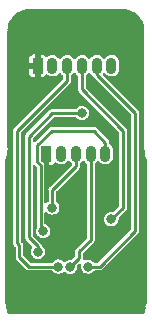
<source format=gbr>
%TF.GenerationSoftware,KiCad,Pcbnew,(6.0.5)*%
%TF.CreationDate,2022-08-05T23:57:32+09:00*%
%TF.ProjectId,ORION_enc_v1,4f52494f-4e5f-4656-9e63-5f76312e6b69,rev?*%
%TF.SameCoordinates,Original*%
%TF.FileFunction,Copper,L2,Bot*%
%TF.FilePolarity,Positive*%
%FSLAX46Y46*%
G04 Gerber Fmt 4.6, Leading zero omitted, Abs format (unit mm)*
G04 Created by KiCad (PCBNEW (6.0.5)) date 2022-08-05 23:57:32*
%MOMM*%
%LPD*%
G01*
G04 APERTURE LIST*
G04 Aperture macros list*
%AMRoundRect*
0 Rectangle with rounded corners*
0 $1 Rounding radius*
0 $2 $3 $4 $5 $6 $7 $8 $9 X,Y pos of 4 corners*
0 Add a 4 corners polygon primitive as box body*
4,1,4,$2,$3,$4,$5,$6,$7,$8,$9,$2,$3,0*
0 Add four circle primitives for the rounded corners*
1,1,$1+$1,$2,$3*
1,1,$1+$1,$4,$5*
1,1,$1+$1,$6,$7*
1,1,$1+$1,$8,$9*
0 Add four rect primitives between the rounded corners*
20,1,$1+$1,$2,$3,$4,$5,0*
20,1,$1+$1,$4,$5,$6,$7,0*
20,1,$1+$1,$6,$7,$8,$9,0*
20,1,$1+$1,$8,$9,$2,$3,0*%
G04 Aperture macros list end*
%TA.AperFunction,ComponentPad*%
%ADD10RoundRect,0.225000X-0.225000X-0.475000X0.225000X-0.475000X0.225000X0.475000X-0.225000X0.475000X0*%
%TD*%
%TA.AperFunction,ComponentPad*%
%ADD11O,0.900000X1.400000*%
%TD*%
%TA.AperFunction,ViaPad*%
%ADD12C,0.800000*%
%TD*%
%TA.AperFunction,ViaPad*%
%ADD13C,1.600000*%
%TD*%
%TA.AperFunction,Conductor*%
%ADD14C,0.250000*%
%TD*%
G04 APERTURE END LIST*
D10*
%TO.P,J1,1,Pin_1*%
%TO.N,GND*%
X65750000Y-50000000D03*
D11*
%TO.P,J1,2,Pin_2*%
%TO.N,+3V3*%
X67000000Y-50000000D03*
%TO.P,J1,3,Pin_3*%
%TO.N,/NSS*%
X68250000Y-50000000D03*
%TO.P,J1,4,Pin_4*%
%TO.N,/CLK*%
X69500000Y-50000000D03*
%TO.P,J1,5,Pin_5*%
%TO.N,/MISO*%
X70750000Y-50000000D03*
%TO.P,J1,6,Pin_6*%
%TO.N,/MOSI*%
X72000000Y-50000000D03*
%TD*%
D10*
%TO.P,J2,1,Pin_1*%
%TO.N,GND*%
X66500000Y-57432500D03*
D11*
%TO.P,J2,2,Pin_2*%
%TO.N,+3V3*%
X67750000Y-57432500D03*
%TO.P,J2,3,Pin_3*%
%TO.N,/ENC_A*%
X69000000Y-57432500D03*
%TO.P,J2,4,Pin_4*%
%TO.N,/ENC_B*%
X70250000Y-57432500D03*
%TO.P,J2,5,Pin_5*%
%TO.N,/ENC_Z*%
X71500000Y-57432500D03*
%TD*%
D12*
%TO.N,GND*%
X64500000Y-46000000D03*
X70500000Y-46000000D03*
X74000000Y-52000000D03*
X63500000Y-67500000D03*
X71750000Y-53000000D03*
X64000000Y-49000000D03*
X63487701Y-66000000D03*
X71500000Y-62000000D03*
X66000000Y-70500000D03*
X72000000Y-70500000D03*
X70000000Y-70500000D03*
X66000000Y-46000000D03*
X72000000Y-59000000D03*
X71500000Y-65000000D03*
X71000000Y-70500000D03*
X73500000Y-46000000D03*
X69000000Y-70500000D03*
X67500000Y-46000000D03*
X63500000Y-69000000D03*
X68000000Y-70500000D03*
X70500000Y-54775500D03*
X72000000Y-46000000D03*
X64000000Y-50500000D03*
X67000000Y-70500000D03*
X74500000Y-70500000D03*
X69000000Y-46000000D03*
X72012299Y-55987701D03*
X69000000Y-61500000D03*
X64000000Y-52000000D03*
D13*
X69000000Y-64000000D03*
D12*
X74500000Y-69000000D03*
X63500000Y-70500000D03*
X74500000Y-67500000D03*
X68600000Y-52000000D03*
X67500000Y-65500000D03*
X74000000Y-49000000D03*
X64000000Y-47500000D03*
X64000000Y-53500000D03*
X73000000Y-54250000D03*
X74000000Y-50500000D03*
X74000000Y-47500000D03*
X70012299Y-65987701D03*
%TO.N,/ENC_Z*%
X66237701Y-64000000D03*
%TO.N,/NSS*%
X67500000Y-67000000D03*
%TO.N,/CLK*%
X72000000Y-63000000D03*
%TO.N,/MISO*%
X70000000Y-67000000D03*
%TO.N,/MOSI*%
X69500000Y-54000000D03*
X65762299Y-65737701D03*
%TO.N,/ENC_A*%
X67000000Y-62000000D03*
%TO.N,/ENC_B*%
X68512299Y-67012299D03*
%TD*%
D14*
%TO.N,GND*%
X70012299Y-65987701D02*
X70512299Y-65987701D01*
X70512299Y-65987701D02*
X71500000Y-65000000D01*
%TO.N,/ENC_Z*%
X66237701Y-64000000D02*
X66000000Y-63762299D01*
X71500000Y-56500000D02*
X71500000Y-57432500D01*
X65725480Y-56729882D02*
X66955362Y-55500000D01*
X66000000Y-63762299D02*
X66000000Y-58409638D01*
X66955362Y-55500000D02*
X70500000Y-55500000D01*
X66000000Y-58409638D02*
X65725480Y-58135118D01*
X65725480Y-58135118D02*
X65725480Y-56729882D01*
X70500000Y-55500000D02*
X71500000Y-56500000D01*
%TO.N,/NSS*%
X67500000Y-67000000D02*
X65000000Y-67000000D01*
X68250000Y-51250000D02*
X68250000Y-50000000D01*
X64212212Y-66212212D02*
X64212212Y-65212196D01*
X65000000Y-67000000D02*
X64212212Y-66212212D01*
X64000000Y-55500000D02*
X68250000Y-51250000D01*
X64000000Y-64999984D02*
X64000000Y-55500000D01*
X64212212Y-65212196D02*
X64000000Y-64999984D01*
%TO.N,/CLK*%
X73000000Y-55500000D02*
X73000000Y-62000000D01*
X69500000Y-50000000D02*
X69500000Y-52000000D01*
X69500000Y-52000000D02*
X73000000Y-55500000D01*
X73000000Y-62000000D02*
X72000000Y-63000000D01*
%TO.N,/MISO*%
X74000000Y-54000000D02*
X74000000Y-64000000D01*
X71000000Y-67000000D02*
X70000000Y-67000000D01*
X74000000Y-64000000D02*
X71000000Y-67000000D01*
X70750000Y-50000000D02*
X70750000Y-50750000D01*
X70750000Y-50750000D02*
X74000000Y-54000000D01*
%TO.N,/MOSI*%
X67000000Y-54000000D02*
X69500000Y-54000000D01*
X65762299Y-65262299D02*
X65000000Y-64500000D01*
X65762299Y-65737701D02*
X65762299Y-65262299D01*
X65000000Y-64500000D02*
X65000000Y-56000000D01*
X65000000Y-56000000D02*
X67000000Y-54000000D01*
%TO.N,/ENC_A*%
X69000000Y-58500000D02*
X69000000Y-57432500D01*
X67000000Y-62000000D02*
X67000000Y-60500000D01*
X67000000Y-60500000D02*
X69000000Y-58500000D01*
%TO.N,/ENC_B*%
X69275489Y-66249109D02*
X69275489Y-65699897D01*
X68512299Y-67012299D02*
X69275489Y-66249109D01*
X69275489Y-65699897D02*
X70250000Y-64725386D01*
X70250000Y-64725386D02*
X70250000Y-57432500D01*
%TD*%
%TA.AperFunction,Conductor*%
%TO.N,GND*%
G36*
X72980242Y-45202466D02*
G01*
X72985811Y-45202476D01*
X72999641Y-45205656D01*
X73013484Y-45202524D01*
X73027348Y-45202548D01*
X73035356Y-45202818D01*
X73167893Y-45211504D01*
X73226640Y-45215355D01*
X73242980Y-45217506D01*
X73457645Y-45260205D01*
X73473566Y-45264471D01*
X73680820Y-45334825D01*
X73696046Y-45341132D01*
X73892342Y-45437934D01*
X73906616Y-45446175D01*
X74088601Y-45567774D01*
X74101676Y-45577807D01*
X74266237Y-45722122D01*
X74277878Y-45733763D01*
X74290091Y-45747689D01*
X74422193Y-45898324D01*
X74432226Y-45911399D01*
X74553825Y-46093384D01*
X74562066Y-46107658D01*
X74658868Y-46303954D01*
X74665175Y-46319180D01*
X74735529Y-46526434D01*
X74739795Y-46542355D01*
X74782494Y-46757020D01*
X74784645Y-46773360D01*
X74797274Y-46966038D01*
X74797544Y-46974499D01*
X74797524Y-46985811D01*
X74794344Y-46999641D01*
X74797475Y-47013480D01*
X74797467Y-47018311D01*
X74799500Y-47036504D01*
X74799500Y-56962920D01*
X74797534Y-56980242D01*
X74797524Y-56985811D01*
X74794344Y-56999641D01*
X74795862Y-57006350D01*
X74796654Y-57019442D01*
X74806964Y-57189886D01*
X74811551Y-57265726D01*
X74859537Y-57527577D01*
X74938736Y-57781734D01*
X74940301Y-57785211D01*
X74988899Y-57893191D01*
X75000000Y-57944903D01*
X75000000Y-70055097D01*
X74988899Y-70106809D01*
X74938736Y-70218266D01*
X74859537Y-70472423D01*
X74811551Y-70734274D01*
X74811322Y-70738066D01*
X74811321Y-70738071D01*
X74802639Y-70881608D01*
X74778561Y-70948396D01*
X74722196Y-70991565D01*
X74676869Y-71000000D01*
X63323131Y-71000000D01*
X63255010Y-70979998D01*
X63208517Y-70926342D01*
X63197361Y-70881608D01*
X63188679Y-70738071D01*
X63188678Y-70738066D01*
X63188449Y-70734274D01*
X63140463Y-70472423D01*
X63061264Y-70218266D01*
X63011101Y-70106809D01*
X63000000Y-70055097D01*
X63000000Y-65028791D01*
X63670736Y-65028791D01*
X63680032Y-65063481D01*
X63680491Y-65065194D01*
X63682870Y-65075926D01*
X63689412Y-65113029D01*
X63694923Y-65122574D01*
X63696115Y-65125850D01*
X63697592Y-65129018D01*
X63700446Y-65139668D01*
X63714759Y-65160108D01*
X63722055Y-65170528D01*
X63727961Y-65179799D01*
X63741086Y-65202531D01*
X63746806Y-65212439D01*
X63755251Y-65219525D01*
X63775682Y-65236669D01*
X63783785Y-65244095D01*
X63849807Y-65310117D01*
X63883833Y-65372429D01*
X63886712Y-65399212D01*
X63886712Y-66192502D01*
X63886232Y-66203484D01*
X63882948Y-66241019D01*
X63889893Y-66266937D01*
X63892703Y-66277422D01*
X63895082Y-66288154D01*
X63901624Y-66325257D01*
X63907135Y-66334802D01*
X63908327Y-66338078D01*
X63909804Y-66341246D01*
X63912658Y-66351896D01*
X63918982Y-66360927D01*
X63934267Y-66382756D01*
X63940173Y-66392027D01*
X63948597Y-66406617D01*
X63959018Y-66424667D01*
X63967463Y-66431753D01*
X63987887Y-66448891D01*
X63995992Y-66456318D01*
X64755901Y-67216228D01*
X64763327Y-67224331D01*
X64787545Y-67253194D01*
X64820184Y-67272038D01*
X64829452Y-67277942D01*
X64860316Y-67299553D01*
X64870962Y-67302406D01*
X64874130Y-67303883D01*
X64877407Y-67305076D01*
X64886955Y-67310588D01*
X64912772Y-67315140D01*
X64924069Y-67317132D01*
X64934803Y-67319512D01*
X64971193Y-67329263D01*
X64982169Y-67328303D01*
X64982172Y-67328303D01*
X65008731Y-67325979D01*
X65019712Y-67325500D01*
X66930714Y-67325500D01*
X66998835Y-67345502D01*
X67030677Y-67374796D01*
X67071718Y-67428282D01*
X67078264Y-67433305D01*
X67107918Y-67456059D01*
X67197159Y-67524536D01*
X67343238Y-67585044D01*
X67500000Y-67605682D01*
X67508188Y-67604604D01*
X67648574Y-67586122D01*
X67656762Y-67585044D01*
X67802841Y-67524536D01*
X67809392Y-67519509D01*
X67809396Y-67519507D01*
X67922641Y-67432612D01*
X67988861Y-67407012D01*
X68058410Y-67421277D01*
X68083360Y-67439725D01*
X68084017Y-67440581D01*
X68209458Y-67536835D01*
X68355537Y-67597343D01*
X68512299Y-67617981D01*
X68520487Y-67616903D01*
X68660873Y-67598421D01*
X68669061Y-67597343D01*
X68815140Y-67536835D01*
X68940581Y-67440581D01*
X69036835Y-67315140D01*
X69097343Y-67169061D01*
X69117981Y-67012299D01*
X69109181Y-66945456D01*
X69120120Y-66875309D01*
X69145008Y-66839916D01*
X69193921Y-66791003D01*
X69256233Y-66756977D01*
X69327048Y-66762042D01*
X69383884Y-66804589D01*
X69408695Y-66871109D01*
X69407938Y-66896544D01*
X69394318Y-67000000D01*
X69414956Y-67156762D01*
X69475464Y-67302841D01*
X69571718Y-67428282D01*
X69578264Y-67433305D01*
X69607918Y-67456059D01*
X69697159Y-67524536D01*
X69843238Y-67585044D01*
X70000000Y-67605682D01*
X70008188Y-67604604D01*
X70148574Y-67586122D01*
X70156762Y-67585044D01*
X70302841Y-67524536D01*
X70392082Y-67456059D01*
X70421736Y-67433305D01*
X70428282Y-67428282D01*
X70469323Y-67374796D01*
X70526661Y-67332929D01*
X70569286Y-67325500D01*
X70980290Y-67325500D01*
X70991272Y-67325980D01*
X71017820Y-67328303D01*
X71017822Y-67328303D01*
X71028807Y-67329264D01*
X71065215Y-67319508D01*
X71075942Y-67317130D01*
X71079301Y-67316538D01*
X71113045Y-67310588D01*
X71122590Y-67305077D01*
X71125866Y-67303885D01*
X71129034Y-67302408D01*
X71139684Y-67299554D01*
X71170547Y-67277943D01*
X71179815Y-67272039D01*
X71202906Y-67258707D01*
X71212455Y-67253194D01*
X71236685Y-67224317D01*
X71244111Y-67216215D01*
X74216215Y-64244111D01*
X74224319Y-64236684D01*
X74244749Y-64219541D01*
X74253194Y-64212455D01*
X74258707Y-64202906D01*
X74272039Y-64179815D01*
X74277945Y-64170544D01*
X74299554Y-64139684D01*
X74302408Y-64129034D01*
X74303885Y-64125866D01*
X74305077Y-64122590D01*
X74310588Y-64113045D01*
X74317130Y-64075942D01*
X74319509Y-64065210D01*
X74329264Y-64028807D01*
X74325979Y-63991257D01*
X74325500Y-63980276D01*
X74325500Y-54019710D01*
X74325980Y-54008728D01*
X74328303Y-53982180D01*
X74328303Y-53982178D01*
X74329264Y-53971193D01*
X74319508Y-53934785D01*
X74317130Y-53924058D01*
X74316538Y-53920699D01*
X74310588Y-53886955D01*
X74305077Y-53877410D01*
X74303885Y-53874134D01*
X74302408Y-53870966D01*
X74299554Y-53860316D01*
X74277945Y-53829456D01*
X74272039Y-53820185D01*
X74258707Y-53797094D01*
X74253194Y-53787545D01*
X74224317Y-53763315D01*
X74216215Y-53755889D01*
X71277326Y-50817000D01*
X71243300Y-50754688D01*
X71248365Y-50683873D01*
X71270722Y-50647852D01*
X71270359Y-50647589D01*
X71273972Y-50642616D01*
X71274567Y-50641657D01*
X71275016Y-50641179D01*
X71275023Y-50641170D01*
X71276302Y-50639808D01*
X71276306Y-50639805D01*
X71280444Y-50635398D01*
X71281155Y-50636066D01*
X71331863Y-50596961D01*
X71402599Y-50590883D01*
X71465392Y-50624012D01*
X71479517Y-50640313D01*
X71522037Y-50698837D01*
X71648674Y-50803600D01*
X71797387Y-50873579D01*
X71805170Y-50875064D01*
X71805174Y-50875065D01*
X71951044Y-50902891D01*
X71951046Y-50902891D01*
X71958830Y-50904376D01*
X72040845Y-50899216D01*
X72114949Y-50894554D01*
X72114951Y-50894554D01*
X72122860Y-50894056D01*
X72130396Y-50891607D01*
X72130398Y-50891607D01*
X72185882Y-50873579D01*
X72279171Y-50843268D01*
X72417940Y-50755202D01*
X72440987Y-50730660D01*
X72525023Y-50641170D01*
X72530448Y-50635393D01*
X72551577Y-50596961D01*
X72594133Y-50519551D01*
X72609627Y-50491368D01*
X72629734Y-50413058D01*
X72648529Y-50339855D01*
X72648529Y-50339852D01*
X72650500Y-50332177D01*
X72650500Y-49709075D01*
X72635071Y-49586942D01*
X72574568Y-49434129D01*
X72523572Y-49363938D01*
X72482623Y-49307577D01*
X72477963Y-49301163D01*
X72351326Y-49196400D01*
X72202613Y-49126421D01*
X72194830Y-49124936D01*
X72194826Y-49124935D01*
X72048956Y-49097109D01*
X72048954Y-49097109D01*
X72041170Y-49095624D01*
X71959155Y-49100784D01*
X71885051Y-49105446D01*
X71885049Y-49105446D01*
X71877140Y-49105944D01*
X71869604Y-49108393D01*
X71869602Y-49108393D01*
X71827637Y-49122028D01*
X71720829Y-49156732D01*
X71582060Y-49244798D01*
X71576633Y-49250577D01*
X71576632Y-49250578D01*
X71555723Y-49272844D01*
X71469552Y-49364607D01*
X71468840Y-49363938D01*
X71418137Y-49403039D01*
X71347401Y-49409117D01*
X71284608Y-49375988D01*
X71270483Y-49359687D01*
X71232623Y-49307577D01*
X71227963Y-49301163D01*
X71101326Y-49196400D01*
X70952613Y-49126421D01*
X70944830Y-49124936D01*
X70944826Y-49124935D01*
X70798956Y-49097109D01*
X70798954Y-49097109D01*
X70791170Y-49095624D01*
X70709155Y-49100784D01*
X70635051Y-49105446D01*
X70635049Y-49105446D01*
X70627140Y-49105944D01*
X70619604Y-49108393D01*
X70619602Y-49108393D01*
X70577637Y-49122028D01*
X70470829Y-49156732D01*
X70332060Y-49244798D01*
X70326633Y-49250577D01*
X70326632Y-49250578D01*
X70305723Y-49272844D01*
X70219552Y-49364607D01*
X70218840Y-49363938D01*
X70168137Y-49403039D01*
X70097401Y-49409117D01*
X70034608Y-49375988D01*
X70020483Y-49359687D01*
X69982623Y-49307577D01*
X69977963Y-49301163D01*
X69851326Y-49196400D01*
X69702613Y-49126421D01*
X69694830Y-49124936D01*
X69694826Y-49124935D01*
X69548956Y-49097109D01*
X69548954Y-49097109D01*
X69541170Y-49095624D01*
X69459155Y-49100784D01*
X69385051Y-49105446D01*
X69385049Y-49105446D01*
X69377140Y-49105944D01*
X69369604Y-49108393D01*
X69369602Y-49108393D01*
X69327637Y-49122028D01*
X69220829Y-49156732D01*
X69082060Y-49244798D01*
X69076633Y-49250577D01*
X69076632Y-49250578D01*
X69055723Y-49272844D01*
X68969552Y-49364607D01*
X68968840Y-49363938D01*
X68918137Y-49403039D01*
X68847401Y-49409117D01*
X68784608Y-49375988D01*
X68770483Y-49359687D01*
X68732623Y-49307577D01*
X68727963Y-49301163D01*
X68601326Y-49196400D01*
X68452613Y-49126421D01*
X68444830Y-49124936D01*
X68444826Y-49124935D01*
X68298956Y-49097109D01*
X68298954Y-49097109D01*
X68291170Y-49095624D01*
X68209155Y-49100784D01*
X68135051Y-49105446D01*
X68135049Y-49105446D01*
X68127140Y-49105944D01*
X68119604Y-49108393D01*
X68119602Y-49108393D01*
X68077637Y-49122028D01*
X67970829Y-49156732D01*
X67832060Y-49244798D01*
X67826633Y-49250577D01*
X67826632Y-49250578D01*
X67805723Y-49272844D01*
X67719552Y-49364607D01*
X67718840Y-49363938D01*
X67668137Y-49403039D01*
X67597401Y-49409117D01*
X67534608Y-49375988D01*
X67520483Y-49359687D01*
X67482623Y-49307577D01*
X67477963Y-49301163D01*
X67351326Y-49196400D01*
X67202613Y-49126421D01*
X67194830Y-49124936D01*
X67194826Y-49124935D01*
X67048956Y-49097109D01*
X67048954Y-49097109D01*
X67041170Y-49095624D01*
X66959155Y-49100784D01*
X66885051Y-49105446D01*
X66885049Y-49105446D01*
X66877140Y-49105944D01*
X66869604Y-49108393D01*
X66869602Y-49108393D01*
X66827637Y-49122028D01*
X66720829Y-49156732D01*
X66582060Y-49244798D01*
X66582027Y-49244834D01*
X66520006Y-49271458D01*
X66449982Y-49259748D01*
X66404573Y-49222543D01*
X66354913Y-49157119D01*
X66342881Y-49145087D01*
X66241995Y-49068509D01*
X66227156Y-49060148D01*
X66108937Y-49013342D01*
X66093366Y-49009388D01*
X66020269Y-49000542D01*
X66006876Y-49004475D01*
X66005671Y-49005865D01*
X66004000Y-49013548D01*
X66004000Y-50981884D01*
X66008475Y-50997123D01*
X66009865Y-50998328D01*
X66016343Y-50999737D01*
X66019551Y-50999544D01*
X66093374Y-50990611D01*
X66108932Y-50986660D01*
X66227156Y-50939852D01*
X66241995Y-50931491D01*
X66342881Y-50854913D01*
X66354913Y-50842881D01*
X66407101Y-50774127D01*
X66464219Y-50731960D01*
X66535067Y-50727368D01*
X66587778Y-50753222D01*
X66595307Y-50759451D01*
X66642565Y-50798547D01*
X66642569Y-50798550D01*
X66648674Y-50803600D01*
X66797387Y-50873579D01*
X66805170Y-50875064D01*
X66805174Y-50875065D01*
X66951044Y-50902891D01*
X66951046Y-50902891D01*
X66958830Y-50904376D01*
X67040845Y-50899216D01*
X67114949Y-50894554D01*
X67114951Y-50894554D01*
X67122860Y-50894056D01*
X67130396Y-50891607D01*
X67130398Y-50891607D01*
X67185882Y-50873579D01*
X67279171Y-50843268D01*
X67417940Y-50755202D01*
X67440987Y-50730660D01*
X67523665Y-50642616D01*
X67530448Y-50635393D01*
X67531160Y-50636062D01*
X67581863Y-50596961D01*
X67652599Y-50590883D01*
X67715392Y-50624012D01*
X67729517Y-50640313D01*
X67772037Y-50698837D01*
X67845305Y-50759449D01*
X67878815Y-50787171D01*
X67918553Y-50846005D01*
X67924500Y-50884256D01*
X67924500Y-51062984D01*
X67904498Y-51131105D01*
X67887595Y-51152079D01*
X63783785Y-55255889D01*
X63775681Y-55263316D01*
X63746806Y-55287545D01*
X63741294Y-55297093D01*
X63741293Y-55297094D01*
X63727961Y-55320185D01*
X63722057Y-55329453D01*
X63700446Y-55360316D01*
X63697592Y-55370966D01*
X63696115Y-55374134D01*
X63694923Y-55377410D01*
X63689412Y-55386955D01*
X63687498Y-55397812D01*
X63682870Y-55424058D01*
X63680492Y-55434785D01*
X63670736Y-55471193D01*
X63671697Y-55482178D01*
X63671697Y-55482180D01*
X63674020Y-55508728D01*
X63674500Y-55519710D01*
X63674500Y-64980274D01*
X63674020Y-64991256D01*
X63670736Y-65028791D01*
X63000000Y-65028791D01*
X63000000Y-57944903D01*
X63011101Y-57893191D01*
X63059699Y-57785211D01*
X63061264Y-57781734D01*
X63140463Y-57527577D01*
X63188449Y-57265726D01*
X63193037Y-57189886D01*
X63203868Y-57010813D01*
X63204205Y-57006975D01*
X63205655Y-57000718D01*
X63205656Y-57000000D01*
X63203654Y-56991225D01*
X63200500Y-56963210D01*
X63200500Y-50511994D01*
X65000001Y-50511994D01*
X65000456Y-50519551D01*
X65009389Y-50593374D01*
X65013340Y-50608932D01*
X65060148Y-50727156D01*
X65068509Y-50741995D01*
X65145087Y-50842881D01*
X65157119Y-50854913D01*
X65258005Y-50931491D01*
X65272844Y-50939852D01*
X65391063Y-50986658D01*
X65406634Y-50990612D01*
X65479731Y-50999458D01*
X65493124Y-50995525D01*
X65494329Y-50994135D01*
X65496000Y-50986452D01*
X65496000Y-50272115D01*
X65491525Y-50256876D01*
X65490135Y-50255671D01*
X65482452Y-50254000D01*
X65018116Y-50254000D01*
X65002877Y-50258475D01*
X65001672Y-50259865D01*
X65000001Y-50267548D01*
X65000001Y-50511994D01*
X63200500Y-50511994D01*
X63200500Y-49727885D01*
X65000000Y-49727885D01*
X65004475Y-49743124D01*
X65005865Y-49744329D01*
X65013548Y-49746000D01*
X65477885Y-49746000D01*
X65493124Y-49741525D01*
X65494329Y-49740135D01*
X65496000Y-49732452D01*
X65496000Y-49018116D01*
X65491525Y-49002877D01*
X65490135Y-49001672D01*
X65483657Y-49000263D01*
X65480449Y-49000456D01*
X65406626Y-49009389D01*
X65391068Y-49013340D01*
X65272844Y-49060148D01*
X65258005Y-49068509D01*
X65157119Y-49145087D01*
X65145087Y-49157119D01*
X65068509Y-49258005D01*
X65060148Y-49272844D01*
X65013342Y-49391063D01*
X65009388Y-49406634D01*
X65000456Y-49480446D01*
X65000000Y-49488000D01*
X65000000Y-49727885D01*
X63200500Y-49727885D01*
X63200500Y-47037371D01*
X63203755Y-47008918D01*
X63204043Y-47007676D01*
X63204044Y-47007669D01*
X63205655Y-47000718D01*
X63205656Y-47000000D01*
X63204074Y-46993066D01*
X63203349Y-46986586D01*
X63202838Y-46964335D01*
X63215355Y-46773360D01*
X63217506Y-46757020D01*
X63260205Y-46542355D01*
X63264471Y-46526434D01*
X63334825Y-46319180D01*
X63341132Y-46303954D01*
X63437934Y-46107658D01*
X63446175Y-46093384D01*
X63567774Y-45911399D01*
X63577807Y-45898324D01*
X63709909Y-45747689D01*
X63722122Y-45733763D01*
X63733763Y-45722122D01*
X63898324Y-45577807D01*
X63911399Y-45567774D01*
X64093384Y-45446175D01*
X64107658Y-45437934D01*
X64303954Y-45341132D01*
X64319180Y-45334825D01*
X64526434Y-45264471D01*
X64542355Y-45260205D01*
X64757020Y-45217506D01*
X64773360Y-45215355D01*
X64941287Y-45204348D01*
X64966039Y-45202726D01*
X64974499Y-45202456D01*
X64985811Y-45202476D01*
X64999641Y-45205656D01*
X65013480Y-45202525D01*
X65018311Y-45202533D01*
X65036504Y-45200500D01*
X72962920Y-45200500D01*
X72980242Y-45202466D01*
G37*
%TD.AperFunction*%
%TA.AperFunction,Conductor*%
G36*
X70215392Y-50624012D02*
G01*
X70229517Y-50640313D01*
X70272037Y-50698837D01*
X70345307Y-50759451D01*
X70398674Y-50803600D01*
X70397174Y-50805414D01*
X70436184Y-50849912D01*
X70437776Y-50853767D01*
X70439412Y-50863045D01*
X70444925Y-50872593D01*
X70446118Y-50875872D01*
X70447592Y-50879033D01*
X70450446Y-50889684D01*
X70456770Y-50898715D01*
X70472055Y-50920544D01*
X70477961Y-50929815D01*
X70478929Y-50931491D01*
X70496806Y-50962455D01*
X70525404Y-50986452D01*
X70525682Y-50986685D01*
X70533785Y-50994111D01*
X73637595Y-54097921D01*
X73671621Y-54160233D01*
X73674500Y-54187016D01*
X73674500Y-63812984D01*
X73654498Y-63881105D01*
X73637595Y-63902079D01*
X70902079Y-66637595D01*
X70839767Y-66671621D01*
X70812984Y-66674500D01*
X70569286Y-66674500D01*
X70501165Y-66654498D01*
X70469323Y-66625204D01*
X70433305Y-66578264D01*
X70428282Y-66571718D01*
X70302841Y-66475464D01*
X70156762Y-66414956D01*
X70000000Y-66394318D01*
X69843238Y-66414956D01*
X69835610Y-66418116D01*
X69835605Y-66418117D01*
X69769730Y-66445404D01*
X69699140Y-66452994D01*
X69635653Y-66421215D01*
X69599425Y-66360157D01*
X69599804Y-66296386D01*
X69601900Y-66288564D01*
X69601900Y-66288562D01*
X69604753Y-66277916D01*
X69603382Y-66262237D01*
X69601468Y-66240366D01*
X69600989Y-66229385D01*
X69600989Y-65886913D01*
X69620991Y-65818792D01*
X69637894Y-65797818D01*
X70466215Y-64969497D01*
X70474319Y-64962070D01*
X70494749Y-64944927D01*
X70503194Y-64937841D01*
X70508707Y-64928292D01*
X70522039Y-64905201D01*
X70527945Y-64895930D01*
X70543230Y-64874101D01*
X70549554Y-64865070D01*
X70552408Y-64854420D01*
X70553885Y-64851252D01*
X70555077Y-64847976D01*
X70560588Y-64838431D01*
X70567130Y-64801328D01*
X70569509Y-64790596D01*
X70579264Y-64754193D01*
X70578042Y-64740216D01*
X70575979Y-64716643D01*
X70575500Y-64705662D01*
X70575500Y-58315636D01*
X70595502Y-58247515D01*
X70633985Y-58209251D01*
X70661249Y-58191949D01*
X70661253Y-58191946D01*
X70667940Y-58187702D01*
X70780448Y-58067893D01*
X70781160Y-58068562D01*
X70831863Y-58029461D01*
X70902599Y-58023383D01*
X70965392Y-58056512D01*
X70979517Y-58072813D01*
X71022037Y-58131337D01*
X71148674Y-58236100D01*
X71297387Y-58306079D01*
X71305170Y-58307564D01*
X71305174Y-58307565D01*
X71451044Y-58335391D01*
X71451046Y-58335391D01*
X71458830Y-58336876D01*
X71540845Y-58331716D01*
X71614949Y-58327054D01*
X71614951Y-58327054D01*
X71622860Y-58326556D01*
X71630396Y-58324107D01*
X71630398Y-58324107D01*
X71685882Y-58306079D01*
X71779171Y-58275768D01*
X71917940Y-58187702D01*
X72030448Y-58067893D01*
X72051577Y-58029461D01*
X72105807Y-57930816D01*
X72109627Y-57923868D01*
X72115820Y-57899750D01*
X72148529Y-57772355D01*
X72148529Y-57772352D01*
X72150500Y-57764677D01*
X72150500Y-57141575D01*
X72135071Y-57019442D01*
X72130377Y-57007585D01*
X72104066Y-56941132D01*
X72074568Y-56866629D01*
X72023572Y-56796438D01*
X71982623Y-56740077D01*
X71977963Y-56733663D01*
X71871185Y-56645328D01*
X71831447Y-56586495D01*
X71825500Y-56548244D01*
X71825500Y-56519710D01*
X71825980Y-56508728D01*
X71828303Y-56482180D01*
X71828303Y-56482178D01*
X71829264Y-56471193D01*
X71819508Y-56434785D01*
X71817130Y-56424058D01*
X71816538Y-56420699D01*
X71810588Y-56386955D01*
X71805077Y-56377410D01*
X71803885Y-56374134D01*
X71802408Y-56370966D01*
X71799554Y-56360316D01*
X71777945Y-56329456D01*
X71772039Y-56320185D01*
X71758707Y-56297094D01*
X71753194Y-56287545D01*
X71724317Y-56263315D01*
X71716215Y-56255889D01*
X70744111Y-55283785D01*
X70736684Y-55275681D01*
X70720086Y-55255900D01*
X70712455Y-55246806D01*
X70702906Y-55241293D01*
X70679815Y-55227961D01*
X70670544Y-55222055D01*
X70648715Y-55206770D01*
X70639684Y-55200446D01*
X70629034Y-55197592D01*
X70625866Y-55196115D01*
X70622590Y-55194923D01*
X70613045Y-55189412D01*
X70579301Y-55183462D01*
X70575942Y-55182870D01*
X70565215Y-55180492D01*
X70528807Y-55170736D01*
X70517822Y-55171697D01*
X70517820Y-55171697D01*
X70491272Y-55174020D01*
X70480290Y-55174500D01*
X66975072Y-55174500D01*
X66964090Y-55174020D01*
X66937542Y-55171697D01*
X66937540Y-55171697D01*
X66926555Y-55170736D01*
X66890147Y-55180492D01*
X66879420Y-55182870D01*
X66876061Y-55183462D01*
X66842317Y-55189412D01*
X66832772Y-55194923D01*
X66829496Y-55196115D01*
X66826328Y-55197592D01*
X66815678Y-55200446D01*
X66806647Y-55206770D01*
X66784818Y-55222055D01*
X66775547Y-55227961D01*
X66752456Y-55241293D01*
X66742907Y-55246806D01*
X66729045Y-55263326D01*
X66718677Y-55275682D01*
X66711251Y-55283785D01*
X65540595Y-56454441D01*
X65478283Y-56488467D01*
X65407468Y-56483402D01*
X65350632Y-56440855D01*
X65325821Y-56374335D01*
X65325500Y-56365346D01*
X65325500Y-56187016D01*
X65345502Y-56118895D01*
X65362405Y-56097921D01*
X67097921Y-54362405D01*
X67160233Y-54328379D01*
X67187016Y-54325500D01*
X68930714Y-54325500D01*
X68998835Y-54345502D01*
X69030677Y-54374796D01*
X69071718Y-54428282D01*
X69197159Y-54524536D01*
X69343238Y-54585044D01*
X69500000Y-54605682D01*
X69508188Y-54604604D01*
X69648574Y-54586122D01*
X69656762Y-54585044D01*
X69802841Y-54524536D01*
X69928282Y-54428282D01*
X70024536Y-54302841D01*
X70085044Y-54156762D01*
X70105682Y-54000000D01*
X70085044Y-53843238D01*
X70024536Y-53697159D01*
X69928282Y-53571718D01*
X69802841Y-53475464D01*
X69656762Y-53414956D01*
X69500000Y-53394318D01*
X69343238Y-53414956D01*
X69197159Y-53475464D01*
X69071718Y-53571718D01*
X69066695Y-53578264D01*
X69030677Y-53625204D01*
X68973339Y-53667071D01*
X68930714Y-53674500D01*
X67019713Y-53674500D01*
X67008732Y-53674021D01*
X66982170Y-53671697D01*
X66982168Y-53671697D01*
X66971193Y-53670737D01*
X66934783Y-53680492D01*
X66924076Y-53682866D01*
X66886955Y-53689412D01*
X66877412Y-53694921D01*
X66874140Y-53696112D01*
X66870967Y-53697592D01*
X66860316Y-53700446D01*
X66829456Y-53722055D01*
X66820185Y-53727961D01*
X66797094Y-53741293D01*
X66787545Y-53746806D01*
X66776655Y-53759784D01*
X66763315Y-53775682D01*
X66755889Y-53783785D01*
X64783785Y-55755889D01*
X64775681Y-55763316D01*
X64746806Y-55787545D01*
X64741293Y-55797094D01*
X64727961Y-55820185D01*
X64722055Y-55829456D01*
X64700446Y-55860316D01*
X64697592Y-55870966D01*
X64696115Y-55874134D01*
X64694923Y-55877410D01*
X64689412Y-55886955D01*
X64683462Y-55920699D01*
X64682870Y-55924058D01*
X64680492Y-55934785D01*
X64670736Y-55971193D01*
X64671697Y-55982178D01*
X64671697Y-55982180D01*
X64674020Y-56008728D01*
X64674500Y-56019710D01*
X64674500Y-64480290D01*
X64674020Y-64491272D01*
X64670736Y-64528807D01*
X64673590Y-64539456D01*
X64680491Y-64565210D01*
X64682870Y-64575942D01*
X64689412Y-64613045D01*
X64694923Y-64622590D01*
X64696115Y-64625866D01*
X64697592Y-64629034D01*
X64700446Y-64639684D01*
X64706770Y-64648715D01*
X64722055Y-64670544D01*
X64727961Y-64679815D01*
X64741293Y-64702906D01*
X64746806Y-64712455D01*
X64755251Y-64719541D01*
X64775682Y-64736685D01*
X64783785Y-64744111D01*
X65262428Y-65222754D01*
X65296454Y-65285066D01*
X65291389Y-65355881D01*
X65273295Y-65388553D01*
X65242793Y-65428304D01*
X65242791Y-65428307D01*
X65237763Y-65434860D01*
X65177255Y-65580939D01*
X65156617Y-65737701D01*
X65177255Y-65894463D01*
X65237763Y-66040542D01*
X65334017Y-66165983D01*
X65459458Y-66262237D01*
X65605537Y-66322745D01*
X65613725Y-66323823D01*
X65683918Y-66333064D01*
X65762299Y-66343383D01*
X65770487Y-66342305D01*
X65910873Y-66323823D01*
X65919061Y-66322745D01*
X66065140Y-66262237D01*
X66190581Y-66165983D01*
X66286835Y-66040542D01*
X66347343Y-65894463D01*
X66367981Y-65737701D01*
X66347343Y-65580939D01*
X66286835Y-65434860D01*
X66238708Y-65372139D01*
X66195608Y-65315970D01*
X66195607Y-65315969D01*
X66190581Y-65309419D01*
X66126005Y-65259868D01*
X66084138Y-65202531D01*
X66078623Y-65181786D01*
X66076638Y-65170528D01*
X66072887Y-65149254D01*
X66067376Y-65139709D01*
X66066184Y-65136433D01*
X66064707Y-65133265D01*
X66061853Y-65122615D01*
X66040244Y-65091755D01*
X66034338Y-65082484D01*
X66021006Y-65059393D01*
X66015493Y-65049844D01*
X65986616Y-65025614D01*
X65978514Y-65018188D01*
X65362405Y-64402079D01*
X65328379Y-64339767D01*
X65325500Y-64312984D01*
X65325500Y-58499654D01*
X65345502Y-58431533D01*
X65399158Y-58385040D01*
X65469432Y-58374936D01*
X65534012Y-58404430D01*
X65540595Y-58410559D01*
X65637595Y-58507559D01*
X65671621Y-58569871D01*
X65674500Y-58596654D01*
X65674500Y-63742589D01*
X65674020Y-63753572D01*
X65671485Y-63782543D01*
X65662374Y-63819778D01*
X65655817Y-63835609D01*
X65652657Y-63843238D01*
X65632019Y-64000000D01*
X65652657Y-64156762D01*
X65713165Y-64302841D01*
X65809419Y-64428282D01*
X65934860Y-64524536D01*
X66080939Y-64585044D01*
X66237701Y-64605682D01*
X66245889Y-64604604D01*
X66386275Y-64586122D01*
X66394463Y-64585044D01*
X66540542Y-64524536D01*
X66665983Y-64428282D01*
X66762237Y-64302841D01*
X66822745Y-64156762D01*
X66843383Y-64000000D01*
X66822745Y-63843238D01*
X66762237Y-63697159D01*
X66665983Y-63571718D01*
X66540542Y-63475464D01*
X66403282Y-63418609D01*
X66348001Y-63374061D01*
X66325500Y-63302200D01*
X66325500Y-62478589D01*
X66345502Y-62410468D01*
X66399158Y-62363975D01*
X66469432Y-62353871D01*
X66534012Y-62383365D01*
X66551463Y-62401885D01*
X66571718Y-62428282D01*
X66697159Y-62524536D01*
X66843238Y-62585044D01*
X67000000Y-62605682D01*
X67008188Y-62604604D01*
X67148574Y-62586122D01*
X67156762Y-62585044D01*
X67302841Y-62524536D01*
X67428282Y-62428282D01*
X67524536Y-62302841D01*
X67585044Y-62156762D01*
X67605682Y-62000000D01*
X67585044Y-61843238D01*
X67524536Y-61697159D01*
X67428282Y-61571718D01*
X67374796Y-61530677D01*
X67332929Y-61473339D01*
X67325500Y-61430714D01*
X67325500Y-60687016D01*
X67345502Y-60618895D01*
X67362405Y-60597921D01*
X69216215Y-58744111D01*
X69224319Y-58736684D01*
X69244749Y-58719541D01*
X69253194Y-58712455D01*
X69258707Y-58702906D01*
X69272039Y-58679815D01*
X69277945Y-58670544D01*
X69283563Y-58662521D01*
X69299554Y-58639684D01*
X69302408Y-58629033D01*
X69303888Y-58625860D01*
X69305079Y-58622588D01*
X69310588Y-58613045D01*
X69317134Y-58575924D01*
X69319508Y-58565217D01*
X69329263Y-58528807D01*
X69325979Y-58491269D01*
X69325500Y-58480288D01*
X69325500Y-58315636D01*
X69345502Y-58247515D01*
X69383985Y-58209251D01*
X69411249Y-58191949D01*
X69411253Y-58191946D01*
X69417940Y-58187702D01*
X69530448Y-58067893D01*
X69531160Y-58068562D01*
X69581863Y-58029461D01*
X69652599Y-58023383D01*
X69715392Y-58056512D01*
X69729517Y-58072813D01*
X69772037Y-58131337D01*
X69871913Y-58213961D01*
X69878815Y-58219671D01*
X69918553Y-58278505D01*
X69924500Y-58316756D01*
X69924500Y-64538370D01*
X69904498Y-64606491D01*
X69887595Y-64627465D01*
X69059274Y-65455786D01*
X69051170Y-65463213D01*
X69022295Y-65487442D01*
X69016782Y-65496991D01*
X69003450Y-65520082D01*
X68997544Y-65529353D01*
X68975935Y-65560213D01*
X68973081Y-65570863D01*
X68971604Y-65574031D01*
X68970412Y-65577307D01*
X68964901Y-65586852D01*
X68958951Y-65620596D01*
X68958359Y-65623955D01*
X68955981Y-65634682D01*
X68946225Y-65671090D01*
X68947186Y-65682075D01*
X68947186Y-65682077D01*
X68949509Y-65708625D01*
X68949989Y-65719607D01*
X68949989Y-66062093D01*
X68929987Y-66130214D01*
X68913084Y-66151188D01*
X68684682Y-66379590D01*
X68622370Y-66413616D01*
X68579142Y-66415417D01*
X68512299Y-66406617D01*
X68504111Y-66407695D01*
X68401416Y-66421215D01*
X68355537Y-66427255D01*
X68209458Y-66487763D01*
X68202907Y-66492790D01*
X68202903Y-66492792D01*
X68089658Y-66579687D01*
X68023438Y-66605287D01*
X67953889Y-66591022D01*
X67928939Y-66572574D01*
X67928282Y-66571718D01*
X67802841Y-66475464D01*
X67656762Y-66414956D01*
X67500000Y-66394318D01*
X67343238Y-66414956D01*
X67197159Y-66475464D01*
X67071718Y-66571718D01*
X67066695Y-66578264D01*
X67030677Y-66625204D01*
X66973339Y-66667071D01*
X66930714Y-66674500D01*
X65187018Y-66674500D01*
X65118897Y-66654498D01*
X65097923Y-66637596D01*
X64574617Y-66114291D01*
X64540592Y-66051978D01*
X64537712Y-66025195D01*
X64537712Y-65231906D01*
X64538192Y-65220924D01*
X64540515Y-65194376D01*
X64540515Y-65194374D01*
X64541476Y-65183389D01*
X64531720Y-65146981D01*
X64529342Y-65136254D01*
X64526937Y-65122615D01*
X64522800Y-65099151D01*
X64517289Y-65089606D01*
X64516097Y-65086330D01*
X64514620Y-65083162D01*
X64511766Y-65072512D01*
X64490157Y-65041652D01*
X64484251Y-65032381D01*
X64470919Y-65009290D01*
X64465406Y-64999741D01*
X64436529Y-64975511D01*
X64428427Y-64968085D01*
X64362405Y-64902063D01*
X64328379Y-64839751D01*
X64325500Y-64812968D01*
X64325500Y-55687016D01*
X64345502Y-55618895D01*
X64362405Y-55597921D01*
X68466215Y-51494111D01*
X68474319Y-51486684D01*
X68494749Y-51469541D01*
X68503194Y-51462455D01*
X68508707Y-51452906D01*
X68522039Y-51429815D01*
X68527945Y-51420544D01*
X68543230Y-51398715D01*
X68549554Y-51389684D01*
X68552408Y-51379034D01*
X68553885Y-51375866D01*
X68555077Y-51372590D01*
X68560588Y-51363045D01*
X68567130Y-51325942D01*
X68569509Y-51315210D01*
X68579264Y-51278807D01*
X68575979Y-51241257D01*
X68575500Y-51230276D01*
X68575500Y-50883136D01*
X68595502Y-50815015D01*
X68633985Y-50776751D01*
X68661249Y-50759449D01*
X68661253Y-50759446D01*
X68667940Y-50755202D01*
X68780448Y-50635393D01*
X68781160Y-50636062D01*
X68831863Y-50596961D01*
X68902599Y-50590883D01*
X68965392Y-50624012D01*
X68979517Y-50640313D01*
X69022037Y-50698837D01*
X69095305Y-50759449D01*
X69128815Y-50787171D01*
X69168553Y-50846005D01*
X69174500Y-50884256D01*
X69174500Y-51980290D01*
X69174020Y-51991272D01*
X69170736Y-52028807D01*
X69173590Y-52039456D01*
X69180491Y-52065210D01*
X69182870Y-52075942D01*
X69189412Y-52113045D01*
X69194923Y-52122590D01*
X69196115Y-52125866D01*
X69197592Y-52129034D01*
X69200446Y-52139684D01*
X69206770Y-52148715D01*
X69222055Y-52170544D01*
X69227961Y-52179815D01*
X69241293Y-52202906D01*
X69246806Y-52212455D01*
X69255251Y-52219541D01*
X69275682Y-52236685D01*
X69283785Y-52244111D01*
X72637595Y-55597922D01*
X72671621Y-55660234D01*
X72674500Y-55687017D01*
X72674500Y-61812984D01*
X72654498Y-61881105D01*
X72637595Y-61902079D01*
X72172383Y-62367291D01*
X72110071Y-62401317D01*
X72066843Y-62403118D01*
X72000000Y-62394318D01*
X71843238Y-62414956D01*
X71697159Y-62475464D01*
X71571718Y-62571718D01*
X71475464Y-62697159D01*
X71414956Y-62843238D01*
X71394318Y-63000000D01*
X71414956Y-63156762D01*
X71475464Y-63302841D01*
X71571718Y-63428282D01*
X71697159Y-63524536D01*
X71843238Y-63585044D01*
X72000000Y-63605682D01*
X72008188Y-63604604D01*
X72148574Y-63586122D01*
X72156762Y-63585044D01*
X72302841Y-63524536D01*
X72428282Y-63428282D01*
X72524536Y-63302841D01*
X72585044Y-63156762D01*
X72605682Y-63000000D01*
X72596882Y-62933157D01*
X72607821Y-62863010D01*
X72632709Y-62827617D01*
X73216215Y-62244111D01*
X73224319Y-62236684D01*
X73244749Y-62219541D01*
X73253194Y-62212455D01*
X73258707Y-62202906D01*
X73272039Y-62179815D01*
X73277945Y-62170544D01*
X73299554Y-62139684D01*
X73302408Y-62129034D01*
X73303885Y-62125866D01*
X73305077Y-62122590D01*
X73310588Y-62113045D01*
X73317130Y-62075942D01*
X73319509Y-62065210D01*
X73329264Y-62028807D01*
X73325979Y-61991257D01*
X73325500Y-61980276D01*
X73325500Y-55519698D01*
X73325980Y-55508716D01*
X73328302Y-55482180D01*
X73328302Y-55482178D01*
X73329263Y-55471193D01*
X73319512Y-55434803D01*
X73317132Y-55424069D01*
X73312502Y-55397812D01*
X73310588Y-55386955D01*
X73305076Y-55377407D01*
X73303883Y-55374130D01*
X73302406Y-55370962D01*
X73299553Y-55360316D01*
X73277942Y-55329452D01*
X73272038Y-55320184D01*
X73258707Y-55297094D01*
X73253194Y-55287545D01*
X73224331Y-55263326D01*
X73216227Y-55255900D01*
X71585531Y-53625204D01*
X69862405Y-51902079D01*
X69828379Y-51839767D01*
X69825500Y-51812984D01*
X69825500Y-50883136D01*
X69845502Y-50815015D01*
X69883985Y-50776751D01*
X69911249Y-50759449D01*
X69911253Y-50759446D01*
X69917940Y-50755202D01*
X70030448Y-50635393D01*
X70031160Y-50636062D01*
X70081863Y-50596961D01*
X70152599Y-50590883D01*
X70215392Y-50624012D01*
G37*
%TD.AperFunction*%
%TA.AperFunction,Conductor*%
G36*
X66696121Y-57198502D02*
G01*
X66742614Y-57252158D01*
X66754000Y-57304500D01*
X66754000Y-58414384D01*
X66758475Y-58429623D01*
X66759865Y-58430828D01*
X66766343Y-58432237D01*
X66769551Y-58432044D01*
X66843374Y-58423111D01*
X66858932Y-58419160D01*
X66977156Y-58372352D01*
X66991995Y-58363991D01*
X67092881Y-58287413D01*
X67104913Y-58275381D01*
X67157101Y-58206627D01*
X67214219Y-58164460D01*
X67285067Y-58159868D01*
X67337778Y-58185722D01*
X67345307Y-58191951D01*
X67392565Y-58231047D01*
X67392569Y-58231050D01*
X67398674Y-58236100D01*
X67547387Y-58306079D01*
X67555170Y-58307564D01*
X67555174Y-58307565D01*
X67701044Y-58335391D01*
X67701046Y-58335391D01*
X67708830Y-58336876D01*
X67790845Y-58331716D01*
X67864949Y-58327054D01*
X67864951Y-58327054D01*
X67872860Y-58326556D01*
X67880396Y-58324107D01*
X67880398Y-58324107D01*
X67935882Y-58306079D01*
X68029171Y-58275768D01*
X68167940Y-58187702D01*
X68280448Y-58067893D01*
X68281160Y-58068562D01*
X68331863Y-58029461D01*
X68402599Y-58023383D01*
X68465392Y-58056512D01*
X68479517Y-58072813D01*
X68522037Y-58131337D01*
X68626752Y-58217965D01*
X68666489Y-58276796D01*
X68668112Y-58347774D01*
X68635531Y-58404143D01*
X66783785Y-60255889D01*
X66775681Y-60263316D01*
X66746806Y-60287545D01*
X66741293Y-60297094D01*
X66727961Y-60320185D01*
X66722055Y-60329456D01*
X66700446Y-60360316D01*
X66697592Y-60370966D01*
X66696115Y-60374134D01*
X66694923Y-60377410D01*
X66689412Y-60386955D01*
X66683462Y-60420699D01*
X66682870Y-60424058D01*
X66680492Y-60434785D01*
X66670736Y-60471193D01*
X66671697Y-60482178D01*
X66671697Y-60482180D01*
X66674020Y-60508728D01*
X66674500Y-60519710D01*
X66674500Y-61430714D01*
X66654498Y-61498835D01*
X66625204Y-61530677D01*
X66571718Y-61571718D01*
X66566695Y-61578264D01*
X66551463Y-61598115D01*
X66494125Y-61639982D01*
X66423254Y-61644204D01*
X66361351Y-61609440D01*
X66328070Y-61546728D01*
X66325500Y-61521411D01*
X66325500Y-58429348D01*
X66325980Y-58418366D01*
X66328303Y-58391818D01*
X66328303Y-58391816D01*
X66329264Y-58380831D01*
X66319508Y-58344423D01*
X66317130Y-58333696D01*
X66314143Y-58316756D01*
X66310588Y-58296593D01*
X66305077Y-58287048D01*
X66303885Y-58283772D01*
X66302408Y-58280604D01*
X66299554Y-58269954D01*
X66277945Y-58239094D01*
X66272039Y-58229823D01*
X66262881Y-58213961D01*
X66246000Y-58150961D01*
X66246000Y-57304500D01*
X66266002Y-57236379D01*
X66319658Y-57189886D01*
X66372000Y-57178500D01*
X66628000Y-57178500D01*
X66696121Y-57198502D01*
G37*
%TD.AperFunction*%
%TD*%
M02*

</source>
